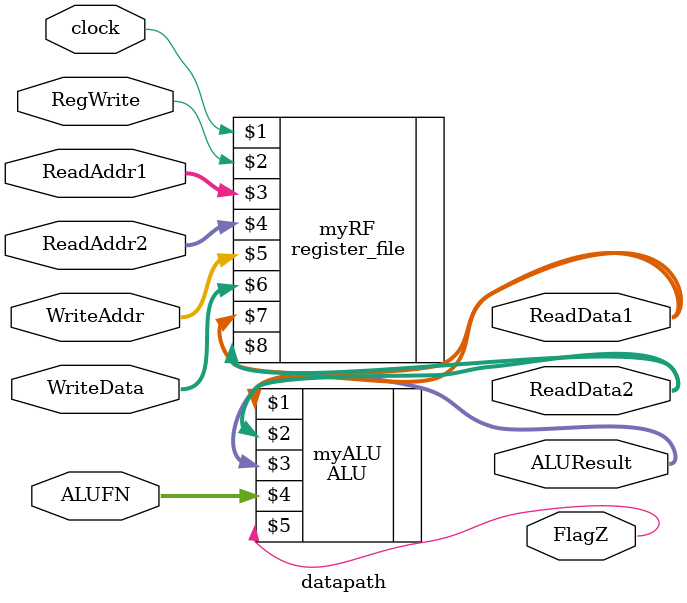
<source format=sv>
`timescale 1ns / 1ps

module datapath #( 
    parameter Nloc = 32,
    parameter Dbits = 32,
    parameter Abits = $clog2(Nloc) 
    )(
    //Inputs
    input wire clock,
    input wire [Abits-1:0] ReadAddr1, ReadAddr2 ,WriteAddr,
    input wire RegWrite,
    input wire [4:0] ALUFN,
    input wire [Dbits-1:0] WriteData,
    
    //Outputs
    output wire [Dbits-1:0] ReadData1, ReadData2, ALUResult,
    output wire FlagZ
    );
    
    
    register_file #(Nloc,Dbits) myRF(clock, RegWrite, ReadAddr1, ReadAddr2 ,WriteAddr, WriteData, ReadData1, ReadData2);
    ALU #(Dbits) myALU (ReadData1, ReadData2, ALUResult, ALUFN, FlagZ);
    
    
    
endmodule
</source>
